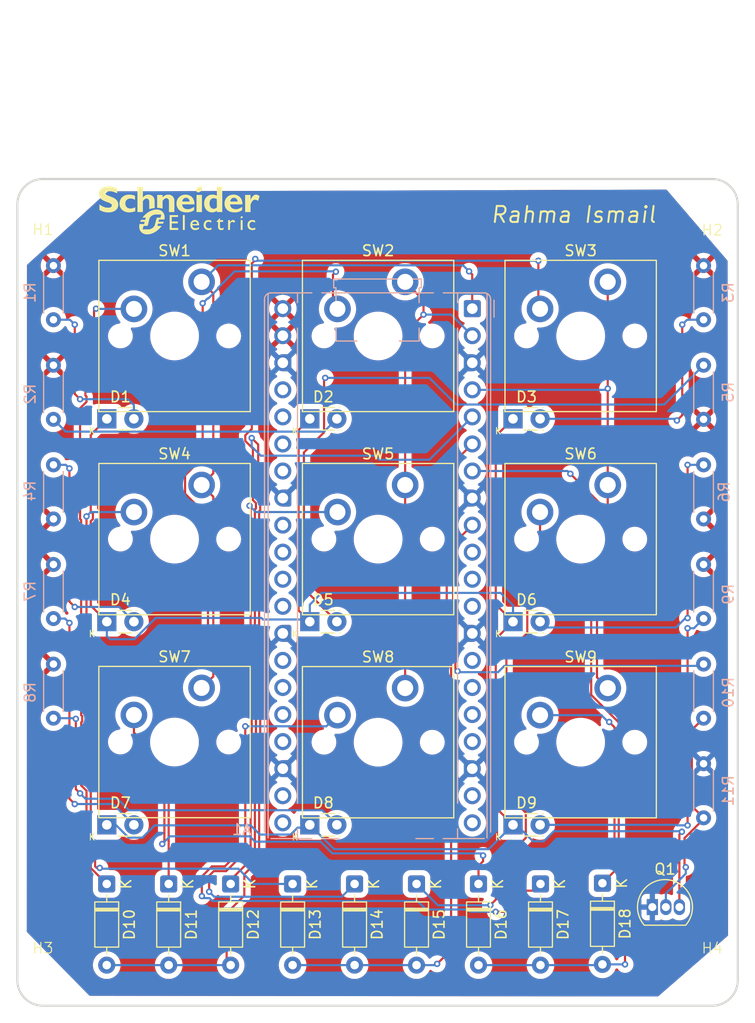
<source format=kicad_pcb>
(kicad_pcb (version 20241229) (generator "pcbnew") (generator_version "9.0")
  (title_block (title "Schneider Electric x WEST Macropad Workshop") (date "2025-06-04") (rev "${_REVISION_}") (company "Schneider Electric") (comment 1 "Designer: Rahma Ismail"))
  (layers (0 "F.Cu" signal) (2 "B.Cu" signal) (13 "F.Paste" user) (15 "B.Paste" user) (5 "F.SilkS" user "F.Silkscreen") (7 "B.SilkS" user "B.Silkscreen") (1 "F.Mask" user) (3 "B.Mask" user) (25 "Edge.Cuts" user))
  (property "_COMPANY_" "Schneider Electric x Women in Engineering, Science, & Technology")
  (property "_PROJECT_" "Macropad Workshop - 2025")
  (property "_REVISION_" "0.0")
  (net 0 "")
  (net 1 "Net-(D1-K)")
  (net 2 "Net-(D10-K)")
  (net 3 "Net-(D3-A)")
  (net 4 "Net-(D13-K)")
  (net 5 "Net-(D14-K)")
  (net 6 "Net-(D17-K)")
  (net 7 "Net-(D12-K)")
  (net 8 "Net-(D16-K)")
  (net 9 "Net-(D11-K)")
  (net 10 "Net-(D15-K)")
  (net 11 "Net-(D6-A)")
  (net 12 "Net-(D9-A)")
  (net 13 "Net-(D7-A)")
  (net 14 "Net-(D5-A)")
  (net 15 "Net-(D18-K)")
  (net 16 "Net-(D4-A)")
  (net 17 "Net-(D8-A)")
  (net 18 "Net-(D1-A)")
  (net 19 "Net-(D2-A)")
  (net 20 "GND")
  (net 21 "+5V")
  (net 43 "+3V3")
  (net 45 "/collumn_2")
  (net 46 "/row_2")
  (net 47 "/collumn_1")
  (net 48 "/row_3")
  (net 49 "/led_ctrl")
  (net 50 "/row_1")
  (net 51 "/collumn_3")
  (net 52 "/fet_gate")
  (footprint "0_west_footprints:MountingHole_M2" (layer "F.Cu") (at 177.8001 135.0001)
    (property "Reference" "H4")
    (property "Value" "MountingHole" (hide yes))
  )
  (footprint "0_west_footprints:Kingbright_WP914x" (layer "F.Cu") (at 159.110879 82.312309)
    (property "Reference" "D3")
    (property "Value" "LED")
  )
  (footprint "0_west_footprints:Kingbright_WP914x" (layer "F.Cu") (at 120.997386 101.352819)
    (property "Reference" "D4")
    (property "Value" "LED")
  )
  (footprint "0_west_footprints:SW_Cherry_MX_PCB_1.00u" (layer "F.Cu") (at 127.351973 93.603779)
    (property "Reference" "SW4")
    (property "Value" "switch_1.00u")
  )
  (footprint "0_west_footprints:Kingbright_WP914x" (layer "F.Cu") (at 120.997386 120.422416)
    (property "Reference" "D7")
    (property "Value" "LED")
  )
  (footprint "0_west_footprints:MountingHole_M2" (layer "F.Cu") (at 115 135)
    (property "Reference" "H3")
    (property "Value" "MountingHole" (hide yes))
  )
  (footprint "0_west_footprints:Kingbright_WP914x" (layer "F.Cu") (at 159.110879 101.352819)
    (property "Reference" "D6")
    (property "Value" "LED")
  )
  (footprint "0_west_footprints:SELogo" (layer "F.Cu") (at 127.79 62.75)
    (property "Reference" "G***" (hide yes))
    (property "Value" "LOGO" (hide yes))
  )
  (footprint "0_west_footprints:Kingbright_WP914x" (layer "F.Cu") (at 140.043432 82.312309)
    (property "Reference" "D2")
    (property "Value" "LED")
  )
  (footprint "0_west_footprints:MountingHole_M2" (layer "F.Cu") (at 115.0001 62.2001)
    (property "Reference" "H1")
    (property "Value" "MountingHole" (hide yes))
  )
  (footprint "0_west_footprints:SW_Cherry_MX_PCB_1.00u" (layer "F.Cu") (at 165.45751 112.666916)
    (property "Reference" "SW9")
    (property "Value" "switch_1.00u")
  )
  (footprint "Diode_THT:D_DO-35_SOD27_P7.62mm_Horizontal" (layer "F.Cu") (at 155.872575 125.97 -90)
    (property "Reference" "D16")
    (property "Value" "1N4148")
  )
  (footprint "0_west_footprints:Kingbright_WP914x" (layer "F.Cu") (at 120.997386 82.312309)
    (property "Reference" "D1")
    (property "Value" "LED")
  )
  (footprint "Package_TO_SOT_THT:TO-92L_Inline" (layer "F.Cu") (at 172.181335 128.142011)
    (property "Reference" "Q1")
    (property "Value" "TN0604")
  )
  (footprint "0_west_footprints:SW_Cherry_MX_PCB_1.00u" (layer "F.Cu") (at 146.451218 74.534686)
    (property "Reference" "SW2")
    (property "Value" "switch_1.00u")
  )
  (footprint "Diode_THT:D_DO-35_SOD27_P7.62mm_Horizontal" (layer "F.Cu") (at 167.5001 125.9001 -90)
    (property "Reference" "D18")
    (property "Value" "1N4148")
  )
  (footprint "Diode_THT:D_DO-35_SOD27_P7.62mm_Horizontal" (layer "F.Cu") (at 144.24505 125.97 -90)
    (property "Reference" "D14")
    (property "Value" "1N4148")
  )
  (footprint "0_west_footprints:SW_Cherry_MX_PCB_1.00u" (layer "F.Cu") (at 165.45751 74.534686)
    (property "Reference" "SW3")
    (property "Value" "switch_1.00u")
  )
  (footprint "Diode_THT:D_DO-35_SOD27_P7.62mm_Horizontal" (layer "F.Cu") (at 150.058813 125.97 -90)
    (property "Reference" "D15")
    (property "Value" "1N4148")
  )
  (footprint "0_west_footprints:SW_Cherry_MX_PCB_1.00u" (layer "F.Cu") (at 127.35 112.65)
    (property "Reference" "SW7")
    (property "Value" "switch_1.00u")
  )
  (footprint "0_west_footprints:MountingHole_M2" (layer "F.Cu") (at 177.8 62.2)
    (property "Reference" "H2")
    (property "Value" "MountingHole" (hide yes))
  )
  (footprint "0_west_footprints:Kingbright_WP914x" (layer "F.Cu") (at 140.043432 120.422416)
    (property "Reference" "D8")
    (property "Value" "LED")
  )
  (footprint "Diode_THT:D_DO-35_SOD27_P7.62mm_Horizontal" (layer "F.Cu") (at 138.431288 125.97 -90)
    (property "Reference" "D13")
    (property "Value" "1N4148")
  )
  (footprint "Diode_THT:D_DO-35_SOD27_P7.62mm_Horizontal" (layer "F.Cu") (at 132.617525 125.97 -90)
    (property "Reference" "D12")
    (property "Value" "1N4148")
  )
  (footprint "0_west_footprints:Kingbright_WP914x" (layer "F.Cu") (at 159.110879 120.422416)
    (property "Reference" "D9")
    (property "Value" "LED")
  )
  (footprint "0_west_footprints:SW_Cherry_MX_PCB_1.00u" (layer "F.Cu") (at 127.351973 74.534686)
    (property "Reference" "SW1")
    (property "Value" "switch_1.00u")
  )
  (footprint "0_west_footprints:Kingbright_WP914x" (layer "F.Cu") (at 140.043432 101.352819)
    (property "Reference" "D5")
    (property "Value" "LED")
  )
  (footprint "0_west_footprints:SW_Cherry_MX_PCB_1.00u" (layer "F.Cu") (at 165.45751 93.603779)
    (property "Reference" "SW6")
    (property "Value" "switch_1.00u")
  )
  (footprint "Diode_THT:D_DO-35_SOD27_P7.62mm_Horizontal" (layer "F.Cu") (at 120.99 125.97 -90)
    (property "Reference" "D10")
    (property "Value" "1N4148")
  )
  (footprint "0_west_footprints:SW_Cherry_MX_PCB_1.00u" (layer "F.Cu") (at 146.451218 93.603779)
    (property "Reference" "SW5")
    (property "Value" "switch_1.00u")
  )
  (footprint "Diode_THT:D_DO-35_SOD27_P7.62mm_Horizontal" (layer "F.Cu") (at 161.686338 125.97 -90)
    (property "Reference" "D17")
    (property "Value" "1N4148")
  )
  (footprint "0_west_footprints:SW_Cherry_MX_PCB_1.00u" (layer "F.Cu") (at 146.451218 112.666916)
    (property "Reference" "SW8")
    (property "Value" "switch_1.00u")
  )
  (footprint "Diode_THT:D_DO-35_SOD27_P7.62mm_Horizontal" (layer "F.Cu") (at 126.803763 125.97 -90)
    (property "Reference" "D11")
    (property "Value" "1N4148")
  )
  (footprint "Resistor_THT:R_Axial_DIN0204_L3.6mm_D1.6mm_P5.08mm_Horizontal" (layer "B.Cu") (at 176.99 82.360709 90)
    (property "Reference" "R5")
    (property "Value" "390R")
  )
  (footprint "Resistor_THT:R_Axial_DIN0204_L3.6mm_D1.6mm_P5.08mm_Horizontal" (layer "B.Cu") (at 115.99 67.93 -90)
    (property "Reference" "R1")
    (property "Value" "390R")
  )
  (footprint "Resistor_THT:R_Axial_DIN0204_L3.6mm_D1.6mm_P5.08mm_Horizontal" (layer "B.Cu") (at 176.99 91.711418 90)
    (property "Reference" "R6")
    (property "Value" "390R")
  )
  (footprint "Resistor_THT:R_Axial_DIN0204_L3.6mm_D1.6mm_P5.08mm_Horizontal" (layer "B.Cu") (at 115.99 77.280709 -90)
    (property "Reference" "R2")
    (property "Value" "390R")
  )
  (footprint "Resistor_THT:R_Axial_DIN0204_L3.6mm_D1.6mm_P5.08mm_Horizontal" (layer "B.Cu") (at 176.99 95.982126 -90)
    (property "Reference" "R9")
    (property "Value" "390R")
  )
  (footprint "Resistor_THT:R_Axial_DIN0204_L3.6mm_D1.6mm_P5.08mm_Horizontal" (layer "B.Cu") (at 176.99 105.332835 -90)
    (property "Reference" "R10")
    (property "Value" "390R")
  )
  (footprint "Resistor_THT:R_Axial_DIN0204_L3.6mm_D1.6mm_P5.08mm_Horizontal" (layer "B.Cu") (at 176.99 119.763544 90)
    (property "Reference" "R11")
    (property "Value" "10k")
  )
  (footprint "Resistor_THT:R_Axial_DIN0204_L3.6mm_D1.6mm_P5.08mm_Horizontal" (layer "B.Cu") (at 115.99 91.711418 90)
    (property "Reference" "R4")
    (property "Value" "390R")
  )
  (footprint "Resistor_THT:R_Axial_DIN0204_L3.6mm_D1.6mm_P5.08mm_Horizontal" (layer "B.Cu") (at 176.99 67.93 -90)
    (property "Reference" "R3")
    (property "Value" "390R")
  )
  (footprint "0_west_footprints:RaspberryPi_Pico" (layer "B.Cu") (at 155.29 71.97 180)
    (property "Reference" "A1")
    (property "Value" "RaspberryPi_Pico")
  )
  (footprint "Resistor_THT:R_Axial_DIN0204_L3.6mm_D1.6mm_P5.08mm_Horizontal" (layer "B.Cu") (at 115.99 95.982126 -90)
    (property "Reference" "R7")
    (property "Value" "390R")
  )
  (footprint "Resistor_THT:R_Axial_DIN0204_L3.6mm_D1.6mm_P5.08mm_Horizontal" (layer "B.Cu") (at 115.99 105.332835 -90)
    (property "Reference" "R8")
    (property "Value" "390R")
  )
  (gr_line (start 114.999987 137.4) (end 177.8 137.4) (stroke (width 0.2)) (layer "Edge.Cuts"))
  (gr_arc (start 177.799987 59.8) (mid 179.493188 60.499085) (end 180.2 62.189085) (stroke (width 0.2)) (layer "Edge.Cuts"))
  (gr_arc (start 180.2 135.000039) (mid 179.497072 136.697099) (end 177.8 137.4) (stroke (width 0.2)) (layer "Edge.Cuts"))
  (gr_arc (start 114.999987 137.4) (mid 113.302939 136.697052) (end 112.6 135) (stroke (width 0.2)) (layer "Edge.Cuts"))
  (gr_line (start 112.6 62.200079) (end 112.6 135) (stroke (width 0.2)) (layer "Edge.Cuts"))
  (gr_line (start 180.2 135.000039) (end 180.2 62.189085) (stroke (width 0.2)) (layer "Edge.Cuts"))
  (gr_line (start 177.799987 59.8) (end 115.000077 59.8) (stroke (width 0.2)) (layer "Edge.Cuts"))
  (gr_arc (start 112.6 62.200079) (mid 113.302972 60.502974) (end 115.000077 59.8) (stroke (width 0.2)) (layer "Edge.Cuts"))
  (gr_text "Rahma Ismail" (at 156.93 63.15 0) (layer "F.SilkS") (effects (font (size 1.5 1.5) (thickness 0.1875) (italic yes)) (justify left)))
  (segment (start 119.491 99.846433) (end 119.491 91.918943) (width 0.2) (layer "F.Cu") (net 1))
  (segment (start 157.49 118.801538) (end 159.110878 120.422416) (width 0.2) (layer "F.Cu") (net 1))
  (segment (start 119.691 91.718943) (end 119.691 91.221057) (width 0.2) (layer "F.Cu") (net 1))
  (segment (start 119.49 83.819695) (end 120.997386 82.312309) (width 0.2) (layer "F.Cu") (net 1))
  (segment (start 140.043432 101.352819) (end 138.99 100.299387) (width 0.2) (layer "F.Cu") (net 1))
  (segment (start 119.691 91.221057) (end 119.49 91.020057) (width 0.2) (layer "F.Cu") (net 1))
  (segment (start 138.99 100.299387) (end 138.99 83.365741) (width 0.2) (layer "F.Cu") (net 1))
  (segment (start 157.49 83.933188) (end 157.49 99.73194) (width 0.2) (layer "F.Cu") (net 1))
  (segment (start 174.721335 121.301356) (end 174.952691 121.07) (width 0.2) (layer "F.Cu") (net 1))
  (segment (start 120.997386 101.352819) (end 119.491 99.846433) (width 0.2) (layer "F.Cu") (net 1))
  (segment (start 119.491 91.918943) (end 119.691 91.718943) (width 0.2) (layer "F.Cu") (net 1))
  (segment (start 157.49 102.973698) (end 157.49 118.801538) (width 0.2) (layer "F.Cu") (net 1))
  (segment (start 159.110879 82.312309) (end 157.49 83.933188) (width 0.2) (layer "F.Cu") (net 1))
  (segment (start 174.721335 128.142011) (end 174.721335 121.301356) (width 0.2) (layer "F.Cu") (net 1))
  (segment (start 138.99 83.365741) (end 140.043432 82.312309) (width 0.2) (layer "F.Cu") (net 1))
  (segment (start 159.110879 101.352819) (end 157.49 102.973698) (width 0.2) (layer "F.Cu") (net 1))
  (segment (start 119.49 91.020057) (end 119.49 83.819695) (width 0.2) (layer "F.Cu") (net 1))
  (segment (start 159.110878 120.422416) (end 159.110879 120.422416) (width 0.2) (layer "F.Cu") (net 1))
  (segment (start 157.49 99.73194) (end 159.110879 101.352819) (width 0.2) (layer "F.Cu") (net 1))
  (via (at 174.952691 121.07) (size 0.6) (drill 0.3) (layers "F.Cu" "B.Cu") (net 1))
  (segment (start 124.336584 121.623416) (end 125.49 120.47) (width 0.2) (layer "B.Cu") (net 1))
  (segment (start 161.99 121.97) (end 160.99 121.97) (width 0.2) (layer "B.Cu") (net 1))
  (segment (start 142.324113 122.703097) (end 140.043432 120.422416) (width 0.2) (layer "B.Cu") (net 1))
  (segment (start 138.891853 120.688147) (end 139.777701 120.688147) (width 0.2) (layer "B.Cu") (net 1))
  (segment (start 123.588576 103.0001) (end 125.588576 101.0001) (width 0.2) (layer "B.Cu") (net 1))
  (segment (start 120.997386 120.422416) (end 121.838915 120.422416) (width 0.2) (layer "B.Cu") (net 1))
  (segment (start 174.952691 121.07) (end 174.905107 121.022416) (width 0.2) (layer "B.Cu") (net 1))
  (segment (start 156.830198 122.703097) (end 142.324113 122.703097) (width 0.2) (layer "B.Cu") (net 1))
  (segment (start 123.039915 121.623416) (end 124.336584 121.623416) (width 0.2) (layer "B.Cu") (net 1))
  (segment (start 159.442416 120.422416) (end 159.110879 120.422416) (width 0.2) (layer "B.Cu") (net 1))
  (segment (start 120.997386 102.697386) (end 121.3001 103.0001) (width 0.2) (layer "B.Cu") (net 1))
  (segment (start 141.1502 98.65) (end 140.043432 99.756768) (width 0.2) (layer "B.Cu") (net 1))
  (segment (start 120.997386 101.0001) (end 120.997386 102.697386) (width 0.2) (layer "B.Cu") (net 1))
  (segment (start 159.110879 120.422416) (end 156.830198 122.703097) (width 0.2) (layer "B.Cu") (net 1))
  (segment (start 160.99 121.97) (end 159.442416 120.422416) (width 0.2) (layer "B.Cu") (net 1))
  (segment (start 121.838915 120.422416) (end 123.039915 121.623416) (width 0.2) (layer "B.Cu") (net 1))
  (segment (start 157.95 98.65) (end 141.1502 98.65) (width 0.2) (layer "B.Cu") (net 1))
  (segment (start 135.49667 101.0001) (end 135.644187 101.147617) (width 0.2) (layer "B.Cu") (net 1))
  (segment (start 159.110879 99.810879) (end 157.95 98.65) (width 0.2) (layer "B.Cu") (net 1))
  (segment (start 140.043432 99.756768) (end 140.043432 101.352819) (width 0.2) (layer "B.Cu") (net 1))
  (segment (start 138.246903 121.333097) (end 138.891853 120.688147) (width 0.2) (layer "B.Cu") (net 1))
  (segment (start 159.110879 101.352819) (end 159.110879 99.810879) (width 0.2) (layer "B.Cu") (net 1))
  (segment (start 162.937584 121.022416) (end 161.99 121.97) (width 0.2) (layer "B.Cu") (net 1))
  (segment (start 125.49 120.47) (end 134.49 120.47) (width 0.2) (layer "B.Cu") (net 1))
  (segment (start 135.353097 121.333097) (end 138.246903 121.333097) (width 0.2) (layer "B.Cu") (net 1))
  (segment (start 134.49 120.47) (end 135.353097 121.333097) (width 0.2) (layer "B.Cu") (net 1))
  (segment (start 139.777701 120.688147) (end 140.043432 120.422416) (width 0.2) (layer "B.Cu") (net 1))
  (segment (start 121.3001 103.0001) (end 123.588576 103.0001) (width 0.2) (layer "B.Cu") (net 1))
  (segment (start 135.644187 101.147617) (end 139.83823 101.147617) (width 0.2) (layer "B.Cu") (net 1))
  (segment (start 125.588576 101.0001) (end 135.49667 101.0001) (width 0.2) (layer "B.Cu") (net 1))
  (segment (start 174.905107 121.022416) (end 162.937584 121.022416) (width 0.2) (layer "B.Cu") (net 1))
  (segment (start 119.091 117.718943) (end 119.091 117.221057) (width 0.2) (layer "F.Cu") (net 2))
  (segment (start 118.489 91.718943) (end 118.489 81.320943) (width 0.2) (layer "F.Cu") (net 2))
  (segment (start 119.089 123.1361) (end 119.089 117.720943) (width 0.2) (layer "F.Cu") (net 2))
  (segment (start 118.489 81.320943) (end 119.091 80.718943) (width 0.2) (layer "F.Cu") (net 2))
  (segment (start 118.99 80.120057) (end 118.99 73.776386) (width 0.2) (layer "F.Cu") (net 2))
  (segment (start 119.796386 72.97) (end 119.796386 72.163614) (width 0.2) (layer "F.Cu") (net 2))
  (segment (start 118.591 110.121057) (end 118.591 91.820943) (width 0.2) (layer "F.Cu") (net 2))
  (segment (start 120.99 125.97) (end 119.5 124.48) (width 0.2) (layer "F.Cu") (net 2))
  (segment (start 119.089 117.720943) (end 119.091 117.718943) (width 0.2) (layer "F.Cu") (net 2))
  (segment (start 119.796386 72.163614) (end 119.99 71.97) (width 0.2) (layer "F.Cu") (net 2))
  (segment (start 119.5 124.48) (end 119.5 123.5471) (width 0.2) (layer "F.Cu") (net 2))
  (segment (start 118.591 91.820943) (end 118.489 91.718943) (width 0.2) (layer "F.Cu") (net 2))
  (segment (start 119.091 80.718943) (end 119.091 80.221057) (width 0.2) (layer "F.Cu") (net 2))
  (segment (start 118.599 116.729057) (end 118.599 110.810943) (width 0.2) (layer "F.Cu") (net 2))
  (segment (start 118.599 110.810943) (end 118.691 110.718943) (width 0.2) (layer "F.Cu") (net 2))
  (segment (start 118.99 73.776386) (end 119.796386 72.97) (width 0.2) (layer "F.Cu") (net 2))
  (segment (start 119.091 117.221057) (end 118.599 116.729057) (width 0.2) (layer "F.Cu") (net 2))
  (segment (start 119.5 123.5471) (end 119.089 123.1361) (width 0.2) (layer "F.Cu") (net 2))
  (segment (start 118.691 110.718943) (end 118.691 110.221057) (width 0.2) (layer "F.Cu") (net 2))
  (segment (start 119.091 80.221057) (end 118.99 80.120057) (width 0.2) (layer "F.Cu") (net 2))
  (segment (start 118.691 110.221057) (end 118.591 110.121057) (width 0.2) (layer "F.Cu") (net 2))
  (via (at 119.99 71.97) (size 0.6) (drill 0.3) (layers "F.Cu" "B.Cu") (net 2))
  (segment (start 120.014686 71.994686) (end 123.541973 71.994686) (width 0.2) (layer "B.Cu") (net 2))
  (segment (start 119.99 71.97) (end 120.014686 71.994686) (width 0.2) (layer "B.Cu") (net 2))
  (segment (start 174.99 73.47) (end 174.99 81.97) (width 0.2) (layer "F.Cu") (net 3))
  (segment (start 174.99 81.97) (end 174.49 82.47) (width 0.2) (layer "F.Cu") (net 3))
  (via (at 174.49 82.47) (size 0.6) (drill 0.3) (layers "F.Cu" "B.Cu") (net 3))
  (via (at 174.99 73.47) (size 0.6) (drill 0.3) (layers "F.Cu" "B.Cu") (net 3))
  (segment (start 174.49 82.47) (end 174.332309 82.312309) (width 0.2) (layer "B.Cu") (net 3))
  (segment (start 176.99 73.01) (end 175.45 73.01) (width 0.2) (layer "B.Cu") (net 3))
  (segment (start 175.45 73.01) (end 174.99 73.47) (width 0.2) (layer "B.Cu") (net 3))
  (segment (start 174.332309 82.312309) (end 161.650879 82.312309) (width 0.2) (layer "B.Cu") (net 3))
  (segment (start 119.901 123.381) (end 119.901 123.7132) (width 0.2) (layer "F.Cu") (net 4))
  (segment (start 119.09 91.47) (end 119.09 103.771) (width 0.2) (layer "F.Cu") (net 4))
  (segment (start 119 110.977043) (end 119 116.562957) (width 0.2) (layer "F.Cu") (net 4))
  (segment (start 119.492 117.387157) (end 119.492 117.552843) (width 0.2) (layer "F.Cu") (net 4))
  (segment (start 119 116.562957) (end 119.2571 116.820057) (width 0.2) (layer "F.Cu") (net 4))
  (segment (start 119.6661 123.1461) (end 119.901 123.381) (width 0.2) (layer "F.Cu") (net 4))
  (segment (start 119.092 103.773) (end 119.092 110.054957) (width 0.2) (layer "F.Cu") (net 4))
  (segment (start 119.49 117.887043) (end 119.49 122.97) (width 0.2) (layer "F.Cu") (net 4))
  (segment (start 119.492 117.054957) (end 119.492 117.387157) (width 0.2) (layer "F.Cu") (net 4))
  (segment (start 119.09 103.771) (end 119.092 103.773) (width 0.2) (layer "F.Cu") (net 4))
  (segment (start 119.092 110.054957) (end 119.092 110.387157) (width 0.2) (layer "F.Cu") (net 4))
  (segment (start 119.2571 116.820057) (end 119.492 117.054957) (width 0.2) (layer "F.Cu") (net 4))
  (segment (start 119.092 110.387157) (end 119.092 110.552843) (width 0.2) (layer "F.Cu") (net 4))
  (segment (start 119.092 110.885043) (end 119 110.977043) (width 0.2) (layer "F.Cu") (net 4))
  (segment (start 119.901 124.3139) (end 120.052935 124.465835) (width 0.2) (layer "F.Cu") (net 4))
  (segment (start 119.092 110.552843) (end 119.092 110.885043) (width 0.2) (layer "F.Cu") (net 4))
  (segment (start 120.052935 124.465835) (end 120.334365 124.465835) (width 0.2) (layer "F.Cu") (net 4))
  (segment (start 119.49 122.97) (end 119.6661 123.1461) (width 0.2) (layer "F.Cu") (net 4))
  (segment (start 119.492 117.552843) (end 119.492 117.885043) (width 0.2) (layer "F.Cu") (net 4))
  (segment (start 119.901 123.7132) (end 119.901 124.3139) (width 0.2) (layer "F.Cu") (net 4))
  (segment (start 119.492 117.885043) (end 119.49 117.887043) (width 0.2) (layer "F.Cu") (net 4))
  (via (at 119.09 91.47) (size 0.6) (drill 0.3) (layers "F.Cu" "B.Cu") (net 4))
  (via (at 120.334365 124.465835) (size 0.6) (drill 0.3) (layers "F.Cu" "B.Cu") (net 4))
  (segment (start 134.77 125.97) (end 138.431288 125.97) (width 0.2) (layer "B.Cu") (net 4))
  (segment (start 133.340027 124.540027) (end 134.77 125.97) (width 0.2) (layer "B.Cu") (net 4))
  (segment (start 120.334365 124.465835) (end 120.408557 124.540027) (width 0.2) (layer "B.Cu") (net 4))
  (segment (start 119.496221 91.063779) (end 123.541973 91.063779) (width 0.2) (layer "B.Cu") (net 4))
  (segment (start 120.408557 124.540027) (end 133.340027 124.540027) (width 0.2) (layer "B.Cu") (net 4))
  (segment (start 119.09 91.47) (end 119.496221 91.063779) (width 0.2) (layer "B.Cu") (net 4))
  (segment (start 131.0312 124.769) (end 132.191 124.769) (width 0.2) (layer "F.Cu") (net 5))
  (segment (start 134.589 111.42304) (end 134.59 111.42204) (width 0.2) (layer "F.Cu") (net 5))
  (segment (start 130.6001 125.2001) (end 131.0312 124.769) (width 0.2) (layer "F.Cu") (net 5))
  (segment (start 134.589 110.923154) (end 134.589 103.996443) (width 0.2) (layer "F.Cu") (net 5))
  (segment (start 134.589 111.871) (end 134.589 111.42304) (width 0.2) (layer "F.Cu") (net 5))
  (segment (start 132.191 124.769) (end 134.49 122.47) (width 0.2) (layer "F.Cu") (net 5))
  (segment (start 134.49 111.97) (end 134.589 111.871) (width 0.2) (layer "F.Cu") (net 5))
  (segment (start 130.6001 126.7001) (end 130.6001 125.2001) (width 0.2) (layer "F.Cu") (net 5))
  (segment (start 134.49 122.47) (end 134.49 111.97) (width 0.2) (layer "F.Cu") (net 5))
  (segment (start 134.589 103.996443) (end 134.49 103.897443) (width 0.2) (layer "F.Cu") (net 5))
  (segment (start 134.59 110.924154) (end 134.589 110.923154) (width 0.2) (layer "F.Cu") (net 5))
  (segment (start 134.49 103.897443) (end 134.49 90.57) (width 0.2) (layer "F.Cu") (net 5))
  (segment (start 134.59 111.42204) (end 134.59 110.924154) (width 0.2) (layer "F.Cu") (net 5))
  (segment (start 134.49 90.57) (end 134.39 90.47) (width 0.2) (layer "F.Cu") (net 5))
  (via (at 134.39 90.47) (size 0.6) (drill 0.3) (layers "F.Cu" "B.Cu") (net 5))
  (via (at 130.6001 126.7001) (size 0.6) (drill 0.3) (layers "F.Cu" "B.Cu") (net 5))
  (segment (start 134.983779 91.063779) (end 142.641218 91.063779) (width 0.2) (layer "B.Cu") (net 5))
  (segment (start 130.6001 126.7001) (end 131.071 127.171) (width 0.2) (layer "B.Cu") (net 5))
  (segment (start 131.071 127.171) (end 143.04405 127.171) (width 0.2) (layer "B.Cu") (net 5))
  (segment (start 134.39 90.47) (end 134.983779 91.063779) (width 0.2) (layer "B.Cu") (net 5))
  (segment (start 143.04405 127.171) (end 144.24505 125.97) (width 0.2) (layer "B.Cu") (net 5))
  (segment (start 160.365 126.595) (end 160.365 126.6001) (width 0.2) (layer "F.Cu") (net 6))
  (segment (start 161.056238 126.6001) (end 161.686338 125.97) (width 0.2) (layer "F.Cu") (net 6))
  (segment (start 133.989 116.374063) (end 133.989 111.173097) (width 0.2) (layer "F.Cu") (net 6))
  (segment (start 132.0709 124.322) (end 133.99 122.4029) (width 0.2) (layer "F.Cu") (net 6))
  (segment (start 129.914104 125.26863) (end 130.860734 124.322) (width 0.2) (layer "F.Cu") (net 6))
  (segment (start 158.375421 128.584579) (end 160.365 126.595) (width 0.2) (layer "F.Cu") (net 6))
  (segment (start 157.477851 128.584579) (end 158.375421 128.584579) (width 0.2) (layer "F.Cu") (net 6))
  (segment (start 133.99 116.375063) (end 133.989 116.374063) (width 0.2) (layer "F.Cu") (net 6))
  (segment (start 130.860734 124.322) (end 132.0709 124.322) (width 0.2) (layer "F.Cu") (net 6))
  (segment (start 133.99 122.4029) (end 133.99 116.375063) (width 0.2) (layer "F.Cu") (net 6))
  (segment (start 160.365 126.6001) (end 161.056238 126.6001) (width 0.2) (layer "F.Cu") (net 6))
  (segment (start 129.914104 127.111698) (end 129.914104 125.26863) (width 0.2) (layer "F.Cu") (net 6))
  (via (at 133.989 111.173097) (size 0.6) (drill 0.3) (layers "F.Cu" "B.Cu") (net 6))
  (via (at 157.477851 128.584579) (size 0.6) (drill 0.3) (layers "F.Cu" "B.Cu") (net 6))
  (via (at 129.914104 127.111698) (size 0.6) (drill 0.3) (layers "F.Cu" "B.Cu") (net 6))
  (segment (start 130.102506 127.3001) (end 130.350157 127.3001) (width 0.2) (layer "B.Cu") (net 6))
  (segment (start 150.1499 127.572) (end 150.9489 128.371) (width 0.2) (layer "B.Cu") (net 6))
  (segment (start 130.634 127.3011) (end 130.9049 127.572) (width 0.2) (layer "B.Cu") (net 6))
  (segment (start 150.9489 128.371) (end 154.891 128.371) (width 0.2) (layer "B.Cu") (net 6))
  (segment (start 130.351157 127.3011) (end 130.634 127.3011) (width 0.2) (layer "B.Cu") (net 6))
  (segment (start 130.350157 127.3001) (end 130.351157 127.3011) (width 0.2) (layer "B.Cu") (net 6))
  (segment (start 129.914104 127.111698) (end 130.102506 127.3001) (width 0.2) (layer "B.Cu") (net 6))
  (segment (start 141.595037 111.173097) (end 142.641218 110.126916) (width 0.2) (layer "B.Cu") (net 6))
  (segment (start 155.104579 128.584579) (end 157.477851 128.584579) (width 0.2) (layer "B.Cu") (net 6))
  (segment (start 154.891 128.371) (end 155.104579 128.584579) (width 0.2) (layer "B.Cu") (net 6))
  (segment (start 130.9049 127.572) (end 150.1499 127.572) (width 0.2) (layer "B.Cu") (net 6))
  (segment (start 133.989 111.173097) (end 141.595037 111.173097) (width 0.2) (layer "B.Cu") (net 6))
  (segment (start 134.991 110.758054) (end 134.991 111.58814) (width 0.2) (layer "F.Cu") (net 7))
  (segment (start 134.891 122.6361) (end 134.7001 122.827) (width 0.2) (layer "F.Cu") (net 7))
  (segment (start 133.989 84.389) (end 134.7001 85.1001) (width 0.2) (layer "F.Cu") (net 7))
  (segment (start 134.891 90.818943) (end 134.891 103.731343) (width 0.2) (layer "F.Cu") (net 7))
  (segment (start 134.7001 122.827) (end 134.7001 123.5099) (width 0.2) (layer "F.Cu") (net 7))
  (segment (start 134.6001 83.273466) (end 134.59 83.263366) (width 0.2) (layer "F.Cu") (net 7))
  (segment (start 134.991 111.58814) (end 134.99 111.58914) (width 0.2) (layer "F.Cu") (net 7))
  (segment (start 134.59 83.263366) (end 133.989 83.864366) (width 0.2) (layer "F.Cu") (net 7))
  (segment (start 134.991 90.718943) (end 134.891 90.818943) (width 0.2) (layer "F.Cu") (net 7))
  (segment (start 161.49 71.837176) (end 161.64751 71.994686) (width 0.2) (layer "F.Cu") (net 7))
  (segment (start 134.99 110.757054) (end 134.991 110.758054) (width 0.2) (layer "F.Cu") (net 7))
  (segment (start 133.989 83.864366) (end 133.989 84.389) (width 0.2) (layer "F.Cu") (net 7))
  (segment (start 161.49 67.47) (end 161.49 71.837176) (width 0.2) (layer "F.Cu") (net 7))
  (segment (start 134.99 103.830343) (end 134.99 110.757054) (width 0.2) (layer "F.Cu") (net 7))
  (segment (start 134.926932 67.303686) (end 134.926932 67.406932) (width 0.2) (layer "F.Cu") (net 7))
  (segment (start 134.7001 85.1001) (end 134.7001 89.930157) (width 0.2) (layer "F.Cu") (net 7))
  (segment (start 134.99 111.58914) (end 134.99 112.0371) (width 0.2) (layer "F.Cu") (net 7))
  (segment (start 134.926932 67.406932) (end 134.6001 67.733764) (width 0.2) (layer "F.Cu") (net 7))
  (segment (start 134.891 112.1361) (end 134.891 122.6361) (width 0.2) (layer "F.Cu") (net 7))
  (segment (start 134.99 112.0371) (end 134.891 112.1361) (width 0.2) (layer "F.Cu") (net 7))
  (segment (start 134.891 103.731343) (end 134.99 103.830343) (width 0.2) (layer "F.Cu") (net 7))
  (segment (start 134.7001 89.930157) (end 134.991 90.221057) (width 0.2) (layer "F.Cu") (net 7))
  (segment (start 134.6001 67.733764) (end 134.6001 83.273466) (width 0.2) (layer "F.Cu") (net 7))
  (segment (start 134.7001 123.5099) (end 132.617525 125.592475) (width 0.2) (layer "F.Cu") (net 7))
  (segment (start 132.617525 125.592475) (end 132.617525 125.97) (width 0.2) (layer "F.Cu") (net 7))
  (segment (start 134.991 90.221057) (end 134.991 90.718943) (width 0.2) (layer "F.Cu") (net 7))
  (via (at 161.49 67.47) (size 0.6) (drill 0.3) (layers "F.Cu" "B.Cu") (net 7))
  (via (at 134.926932 67.303686) (size 0.6) (drill 0.3) (layers "F.Cu" "B.Cu") (net 7))
  (segment (start 134.926932 67.303686) (end 135.093246 67.47) (width 0.2) (layer "B.Cu") (net 7))
  (segment (start 135.093246 67.47) (end 161.49 67.47) (width 0.2) (layer "B.Cu") (net 7))
  (segment (start 124.43 112.65) (end 123.541973 111.761973) (width 0.2) (layer "F.Cu") (net 8))
  (segment (start 156.3001 123.84505) (end 155.872575 124.272575) (width 0.2) (layer "F.Cu") (net 8))
  (segment (start 156.3001 123.303097) (end 156.3001 123.84505) (width 0.2) (layer "F.Cu") (net 8))
  (segment (start 124.43 114.143429) (end 124.43 112.65) (width 0.2) (layer "F.Cu") (net 8))
  (segment (start 123.541973 111.761973) (end 123.541973 110.126916) (width 0.2) (layer "F.Cu") (net 8))
  (segment (start 126.3991 116.112529) (end 124.43 114.143429) (width 0.2) (layer "F.Cu") (net 8))
  (segment (start 126.1981 122.219951) (end 126.3991 122.018951) (width 0.2) (layer "F.Cu") (net 8))
  (segment (start 155.872575 124.272575) (end 155.872575 125.97) (width 0.2) (layer "F.Cu") (net 8))
  (segment (start 126.2001 122.219951) (end 126.1981 122.219951) (width 0.2) (layer "F.Cu") (net 8))
  (segment (start 126.3991 122.018951) (end 126.3991 116.112529) (width 0.2) (layer "F.Cu") (net 8))
  (via (at 156.3001 123.303097) (size 0.6) (drill 0.3) (layers "F.Cu" "B.Cu") (net 8))
  (via (at 126.2001 122.219951) (size 0.6) (drill 0.3) (layers "F.Cu" "B.Cu") (net 8))
  (segment (start 141.054016 122.0001) (end 134.901902 122.0001) (width 0.2) (layer "B.Cu") (net 8))
  (segment (start 156.1011 123.104097) (end 154.704097 123.104097) (width 0.2) (layer "B.Cu") (net 8))
  (segment (start 134.401902 121.5001) (end 126.919951 121.5001) (width 0.2) (layer "B.Cu") (net 8))
  (segment (start 126.919951 121.5001) (end 126.2001 122.219951) (width 0.2) (layer "B.Cu") (net 8))
  (segment (start 134.901902 122.0001) (end 134.401902 121.5001) (width 0.2) (layer "B.Cu") (net 8))
  (segment (start 142.490213 123.104097) (end 142.158013 123.104097) (width 0.2) (layer "B.Cu") (net 8))
  (segment (start 154.704097 123.104097) (end 142.490213 123.104097) (width 0.2) (layer "B.Cu") (net 8))
  (segment (start 142.158013 123.104097) (end 141.923113 122.869197) (width 0.2) (layer "B.Cu") (net 8))
  (segment (start 141.923113 122.869197) (end 141.054016 122.0001) (width 0.2) (layer "B.Cu") (net 8))
  (segment (start 156.3001 123.303097) (end 156.1011 123.104097) (width 0.2) (layer "B.Cu") (net 8))
  (segment (start 126.8011 124.4991) (end 126.8011 121.971008) (width 0.2) (layer "F.Cu") (net 9))
  (segment (start 142.49 68.503686) (end 142.217829 68.775857) (width 0.2) (layer "F.Cu") (net 9))
  (segment (start 124.83 113.8799) (end 124.83 111.45) (width 0.2) (layer "F.Cu") (net 9))
  (segment (start 128.340973 87.619027) (end 129.99 85.97) (width 0.2) (layer "F.Cu") (net 9))
  (segment (start 125.4001 109.177343) (end 130.49 104.087443) (width 0.2) (layer "F.Cu") (net 9))
  (segment (start 126.8001 115.85) (end 124.83 113.8799) (width 0.2) (layer "F.Cu") (net 9))
  (segment (start 129.99 85.97) (end 129.99 71.47) (width 0.2) (layer "F.Cu") (net 9))
  (segment (start 130.49 104.087443) (end 130.49 91.49) (width 0.2) (layer "F.Cu") (net 9))
  (segment (start 124.83 111.45) (end 125.4001 110.8799) (width 0.2) (layer "F.Cu") (net 9))
  (segment (start 126.8001 124.5001) (end 126.8011 124.4991) (width 0.2) (layer "F.Cu") (net 9))
  (segment (start 142.217829 68.775857) (end 142.217829 71.994686) (width 0.2) (layer "F.Cu") (net 9))
  (segment (start 126.615 125.97) (end 126.8001 125.7849) (width 0.2) (layer "F.Cu") (net 9))
  (segment (start 126.8001 121.970008) (end 126.8001 115.85) (width 0.2) (layer "F.Cu") (net 9))
  (segment (start 126.8001 125.7849) (end 126.8001 124.5001) (width 0.2) (layer "F.Cu") (net 9))
  (segment (start 130.49 91.49) (end 128.340973 89.340973) (width 0.2) (layer "F.Cu") (net 9))
  (segment (start 128.340973 89.340973) (end 128.340973 87.619027) (width 0.2) (layer "F.Cu") (net 9))
  (segment (start 126.8011 121.971008) (end 126.8001 121.970008) (width 0.2) (layer "F.Cu") (net 9))
  (segment (start 125.4001 110.8799) (end 125.4001 109.177343) (width 0.2) (layer "F.Cu") (net 9))
  (via (at 129.99 71.47) (size 0.6) (drill 0.3) (layers "F.Cu" "B.Cu") (net 9))
  (via (at 142.49 68.503686) (size 0.6) (drill 0.3) (layers "F.Cu" "B.Cu") (net 9))
  (segment (start 131.442973 70.097132) (end 131.442973 70.017027) (width 0.2) (layer "B.Cu") (net 9))
  (segment (start 132.99 68.47) (end 141.49 68.47) (width 0.2) (layer "B.Cu") (net 9))
  (segment (start 130.534419 71.005686) (end 131.442973 70.097132) (width 0.2) (layer "B.Cu") (net 9))
  (segment (start 142.456314 68.47) (end 142.49 68.503686) (width 0.2) (layer "B.Cu") (net 9))
  (segment (start 129.99 71.47) (end 130.454314 71.005686) (width 0.2) (layer "B.Cu") (net 9))
  (segment (start 131.442973 70.017027) (end 132.99 68.47) (width 0.2) (layer "B.Cu") (net 9))
  (segment (start 130.454314 71.005686) (end 130.534419 71.005686) (width 0.2) (layer "B.Cu") (net 9))
  (segment (start 141.49 68.47) (end 142.456314 68.47) (width 0.2) (layer "B.Cu") (net 9))
  (segment (start 160.311879 119.221416) (end 160.241416 119.221416) (width 0.2) (layer "F.Cu") (net 10))
  (segment (start 161.64751 94.33249) (end 161.64751 91.063779) (width 0.2) (layer "F.Cu") (net 10))
  (segment (start 158.49 117.47) (end 158.49 104.375698) (width 0.2) (layer "F.Cu") (net 10))
  (segment (start 157.5001 124.459901) (end 160.311879 121.648122) (width 0.2) (layer "F.Cu") (net 10))
  (segment (start 156.989829 127.950674) (end 157.5001 127.440403) (width 0.2) (layer "F.Cu") (net 10))
  (segment (start 160.449879 102.415819) (end 160.449879 95.530121) (width 0.2) (layer "F.Cu") (net 10))
  (segment (start 157.5001 127.440403) (end 157.5001 124.459901) (width 0.2) (layer "F.Cu") (net 10))
  (segment (start 160.241416 119.221416) (end 158.49 117.47) (width 0.2) (layer "F.Cu") (net 10))
  (segment (start 158.49 104.375698) (end 160.449879 102.415819) (width 0.2) (layer "F.Cu") (net 10))
  (segment (start 160.449879 95.530121) (end 161.64751 94.33249) (width 0.2) (layer "F.Cu") (net 10))
  (segment (start 160.311879 121.648122) (end 160.311879 119.221416) (width 0.2) (layer "F.Cu") (net 10))
  (via (at 156.989829 127.950674) (size 0.6) (drill 0.3) (layers "F.Cu" "B.Cu") (net 10))
  (segment (start 156.970503 127.97) (end 152.058813 127.97) (width 0.2) (layer "B.Cu") (net 10))
  (segment (start 156.989829 127.950674) (end 156.970503 127.97) (width 0.2) (layer "B.Cu") (net 10))
  (segment (start 152.058813 127.97) (end 150.058813 125.97) (width 0.2) (layer "B.Cu") (net 10))
  (segment (start 175.49 101.011806) (end 175.49 86.631418) (width 0.2) (layer "F.Cu") (net 11))
  (via (at 175.49 86.631418) (size 0.6) (drill 0.3) (layers "F.Cu" "B.Cu") (net 11))
  (via (at 175.49 101.011806) (size 0.6) (drill 0.3) (layers "F.Cu" "B.Cu") (net 11))
  (segment (start 162.19816 101.9001) (end 161.650879 101.352819) (width 0.2) (layer "B.Cu") (net 11))
  (segment (start 175.49 101.011806) (end 175.288394 101.011806) (width 0.2) (layer "B.Cu") (net 11))
  (segment (start 175.288394 101.011806) (end 174.4001 101.9001) (width 0.2) (layer "B.Cu") (net 11))
  (segment (start 175.49 86.631418) (end 176.99 86.631418) (width 0.2) (layer "B.Cu") (net 11))
  (segment (start 174.4001 101.9001) (end 162.19816 101.9001) (width 0.2) (layer "B.Cu") (net 11))
  (segment (start 175.49 120.47) (end 175.49 101.97) (width 0.2) (layer "F.Cu") (net 12))
  (via (at 175.49 101.97) (size 0.6) (drill 0.3) (layers "F.Cu" "B.Cu") (net 12))
  (via (at 175.49 120.47) (size 0.6) (drill 0.3) (layers "F.Cu" "B.Cu") (net 12))
  (segment (start 174.442416 120.422416) (end 161.650879 120.422416) (width 0.2) (layer "B.Cu") (net 12))
  (segment (start 175.49 101.97) (end 176.082126 101.97) (width 0.2) (layer "B.Cu") (net 12))
  (segment (start 176.082126 101.97) (end 176.99 101.062126) (width 0.2) (layer "B.Cu") (net 12))
  (segment (start 174.49 120.47) (end 174.442416 120.422416) (width 0.2) (layer "B.Cu") (net 12))
  (segment (start 175.49 120.47) (end 174.49 120.47) (width 0.2) (layer "B.Cu") (net 12))
  (segment (start 117.49 101.47) (end 117.49 117.97) (width 0.2) (layer "F.Cu") (net 13))
  (segment (start 117.49 117.97) (end 117.99 118.47) (width 0.2) (layer "F.Cu") (net 13))
  (via (at 117.49 101.47) (size 0.6) (drill 0.3) (layers "F.Cu" "B.Cu") (net 13))
  (via (at 117.99 118.47) (size 0.6) (drill 0.3) (layers "F.Cu" "B.Cu") (net 13))
  (segment (start 121.58497 118.47) (end 123.537386 120.422416) (width 0.2) (layer "B.Cu") (net 13))
  (segment (start 115.99 101.062126) (end 117.082126 101.062126) (width 0.2) (layer "B.Cu") (net 13))
  (segment (start 117.082126 101.062126) (end 117.49 101.47) (width 0.2) (layer "B.Cu") (net 13))
  (segment (start 117.99 118.47) (end 121.58497 118.47) (width 0.2) (layer "B.Cu") (net 13))
  (segment (start 139.49 85.47) (end 139.49 95.309959) (width 0.2) (layer "F.Cu") (net 14))
  (segment (start 139.49 95.309959) (end 139.391 95.408959) (width 0.2) (layer "F.Cu") (net 14))
  (segment (start 141.382432 78.577568) (end 141.382432 83.577568) (width 0.2) (layer "F.Cu") (net 14))
  (segment (start 141.382432 83.577568) (end 139.49 85.47) (width 0.2) (layer "F.Cu") (net 14))
  (segment (start 139.391 98.160387) (end 142.583432 101.352819) (width 0.2) (layer "F.Cu") (net 14))
  (segment (start 141.49 78.47) (end 141.382432 78.577568) (width 0.2) (layer "F.Cu") (net 14))
  (segment (start 139.391 95.408959) (end 139.391 98.160387) (width 0.2) (layer "F.Cu") (net 14))
  (via (at 141.49 78.47) (size 0.6) (drill 0.3) (layers "F.Cu" "B.Cu") (net 14))
  (segment (start 173.300709 80.97) (end 176.99 77.280709) (width 0.2) (layer "B.Cu") (net 14))
  (segment (start 148.742978 78.47) (end 148.745409 78.472431) (width 0.2) (layer "B.Cu") (net 14))
  (segment (start 153.77 80.97) (end 173.300709 80.97) (width 0.2) (layer "B.Cu") (net 14))
  (segment (start 148.745409 78.472431) (end 151.272431 78.472431) (width 0.2) (layer "B.Cu") (net 14))
  (segment (start 151.272431 78.472431) (end 153.77 80.97) (width 0.2) (layer "B.Cu") (net 14))
  (segment (start 141.49 78.47) (end 148.742978 78.47) (width 0.2) (layer "B.Cu") (net 14))
  (segment (start 168.63 111.261382) (end 168.134409 110.765791) (width 0.2) (layer "F.Cu") (net 15))
  (segment (start 168.63 124.7702) (end 168.63 111.261382) (width 0.2) (layer "F.Cu") (net 15))
  (segment (start 160.99 110.784426) (end 161.64751 110.126916) (width 0.2) (layer "F.Cu") (net 15))
  (segment (start 167.5001 125.9001) (end 168.63 124.7702) (width 0.2) (layer "F.Cu") (net 15))
  (via (at 168.134409 110.765791) (size 0.6) (drill 0.3) (layers "F.Cu" "B.Cu") (net 15))
  (segment (start 168.134409 110.765791) (end 168.0401 110.765791) (width 0.2) (layer "B.Cu") (net 15))
  (segment (start 167.401225 110.126916) (end 161.64751 110.126916) (width 0.2) (layer "B.Cu") (net 15))
  (segment (start 168.0401 110.765791) (end 167.401225 110.126916) (width 0.2) (layer "B.Cu") (net 15))
  (segment (start 117.49 99.47) (end 117.99 99.97) (width 0.2) (layer "F.Cu") (net 16))
  (segment (start 117.49 86.97) (end 117.49 99.47) (width 0.2) (layer "F.Cu") (net 16))
  (via (at 117.49 86.97) (size 0.6) (drill 0.3) (layers "F.Cu" "B.Cu") (net 16))
  (via (at 117.99 99.97) (size 0.6) (drill 0.3) (layers "F.Cu" "B.Cu") (net 16))
  (segment (start 122.154567 99.97) (end 123.537386 101.352819) (width 0.2) (layer "B.Cu") (net 16))
  (segment (start 117.99 99.97) (end 122.154567 99.97) (width 0.2) (layer "B.Cu") (net 16))
  (segment (start 117.151418 86.631418) (end 117.49 86.97) (width 0.2) (layer "B.Cu") (net 16))
  (segment (start 115.99 86.631418) (end 117.151418 86.631418) (width 0.2) (layer "B.Cu") (net 16))
  (segment (start 118.09 110.47) (end 118.09 117.07) (width 0.2) (layer "F.Cu") (net 17))
  (segment (start 118.09 117.07) (end 118.49 117.47) (width 0.2) (layer "F.Cu") (net 17))
  (via (at 118.09 110.47) (size 0.6) (drill 0.3) (layers "F.Cu" "B.Cu") (net 17))
  (via (at 118.49 117.47) (size 0.6) (drill 0.3) (layers "F.Cu" "B.Cu") (net 17))
  (segment (start 141.211016 119.05) (end 142.583432 120.422416) (width 0.2) (layer "B.Cu") (net 17))
  (segment (start 123.07 119.05) (end 141.211016 119.05) (width 0.2) (layer "B.Cu") (net 17))
  (segment (start 118.032835 110.412835) (end 118.09 110.47) (width 0.2) (layer "B.Cu") (net 17))
  (segment (start 121.99 117.97) (end 123.07 119.05) (width 0.2) (layer "B.Cu") (net 17))
  (segment (start 118.99 117.97) (end 121.99 117.97) (width 0.2) (layer "B.Cu") (net 17))
  (segment (start 115.99 110.412835) (end 118.032835 110.412835) (width 0.2) (layer "B.Cu") (net 17))
  (segment (start 118.49 117.47) (end 118.99 117.97) (width 0.2) (layer "B.Cu") (net 17))
  (segment (start 117.99 73.47) (end 117.99 79.97) (width 0.2) (layer "F.Cu") (net 18))
  (segment (start 117.99 79.97) (end 118.49 80.47) (width 0.2) (layer "F.Cu") (net 18))
  (via (at 118.49 80.47) (size 0.6) (drill 0.3) (layers "F.Cu" "B.Cu") (net 18))
  (via (at 117.99 73.47) (size 0.6) (drill 0.3) (layers "F.Cu" "B.Cu") (net 18))
  (segment (start 122.99 80.47) (end 123.537386 81.017386) (width 0.2) (layer "B.Cu") (net 18))
  (segment (start 117.53 73.01) (end 117.99 73.47) (width 0.2) (layer "B.Cu") (net 18))
  (segment (start 118.49 80.47) (end 122.99 80.47) (width 0.2) (layer "B.Cu") (net 18))
  (segment (start 115.99 73.01) (end 117.53 73.01) (width 0.2) (layer "B.Cu") (net 18))
  (segment (start 123.537386 81.017386) (end 123.537386 82.312309) (width 0.2) (layer "B.Cu") (net 18))
  (segment (start 115.99 82.360709) (end 117.1426 83.513309) (width 0.2) (layer "B.Cu") (net 19))
  (segment (start 117.1426 83.513309) (end 141.382432 83.513309) (width 0.2) (layer "B.Cu") (net 19))
  (segment (start 141.382432 83.513309) (end 142.583432 82.312309) (width 0.2) (layer "B.Cu") (net 19))
  (segment (start 150.712462 71.17593) (end 150.712462 72.52969) (width 0.2) (layer "F.Cu") (net 45))
  (segment (start 150.498266 70.961734) (end 148.991218 69.454686) (width 0.2) (layer "F.Cu") (net 45))
  (segment (start 150.13 76.33) (end 150.13 73.112152) (width 0.2) (layer "F.Cu") (net 45))
  (segment (start 148.991218 107.586916) (end 148.991218 88.523779) (width 0.2) (layer "F.Cu") (net 45))
  (segment (start 148.991218 88.523779) (end 148.991218 77.468782) (width 0.2) (layer "F.Cu") (net 45))
  (segment (start 148.991218 77.468782) (end 150.13 76.33) (width 0.2) (layer "F.Cu") (net 45))
  (segment (start 150.498266 70.961734) (end 150.712462 71.17593) (width 0.2) (layer "F.Cu") (net 45))
  (segment (start 150.13 73.112152) (end 150.712462 72.52969) (width 0.2) (layer "F.Cu") (net 45))
  (via (at 150.712462 72.52969) (size 0.6) (drill 0.3) (layers "F.Cu" "B.Cu") (net 45))
  (segment (start 155.119755 74.512097) (end 155.283829 74.676171) (width 0.2) (layer "B.Cu") (net 45))
  (segment (start 150.712462 72.52969) (end 153.301422 72.52969) (width 0.2) (layer "B.Cu") (net 45))
  (segment (start 155.283829 74.676171) (end 155.283829 74.512097) (width 0.2) (layer "B.Cu") (net 45))
  (segment (start 153.301422 72.52969) (end 155.283829 74.512097) (width 0.2) (layer "B.Cu") (net 45))
  (segment (start 152.889 87.066926) (end 155.283829 84.672097) (width 0.2) (layer "F.Cu") (net 46))
  (segment (start 151.99 133.47) (end 153.3001 132.1599) (width 0.2) (layer "F.Cu") (net 46))
  (segment (start 153.3001 104.630043) (end 152.889 104.218943) (width 0.2) (layer "F.Cu") (net 46))
  (segment (start 153.3001 132.1599) (end 153.3001 104.630043) (width 0.2) (layer "F.Cu") (net 46))
  (segment (start 152.889 104.218943) (end 152.889 87.066926) (width 0.2) (layer "F.Cu") (net 46))
  (via (at 151.99 133.47) (size 0.6) (drill 0.3) (layers "F.Cu" "B.Cu") (net 46))
  (segment (start 144.24505 133.59) (end 150.058813 133.59) (width 0.2) (layer "B.Cu") (net 46))
  (segment (start 151.87 133.59) (end 151.99 133.47) (width 0.2) (layer "B.Cu") (net 46))
  (segment (start 150.058813 133.59) (end 151.87 133.59) (width 0.2) (layer "B.Cu") (net 46))
  (segment (start 138.431288 133.59) (end 144.24505 133.59) (width 0.2) (layer "B.Cu") (net 46))
  (segment (start 130.99 89.621806) (end 129.891973 88.523779) (width 0.2) (layer "F.Cu") (net 47))
  (segment (start 130.99 70.552713) (end 130.99 87.425752) (width 0.2) (layer "F.Cu") (net 47))
  (segment (start 129.891973 69.454686) (end 130.99 70.552713) (width 0.2) (layer "F.Cu") (net 47))
  (segment (start 154.99 68.47) (end 155.283829 68.763829) (width 0.2) (layer "F.Cu") (net 47))
  (segment (start 129.891973 107.586916) (end 130.99 106.488889) (width 0.2) (layer "F.Cu") (net 47))
  (segment (start 130.99 106.488889) (end 130.99 89.621806) (width 0.2) (layer "F.Cu") (net 47))
  (segment (start 130.99 87.425752) (end 129.891973 88.523779) (width 0.2) (layer "F.Cu") (net 47))
  (segment (start 155.283829 68.763829) (end 155.283829 71.972097) (width 0.2) (layer "F.Cu") (net 47))
  (via (at 154.99 68.47) (size 0.6) (drill 0.3) (layers "F.Cu" "B.Cu") (net 47))
  (segment (start 131.442973 67.903686) (end 154.423686 67.903686) (width 0.2) (layer "B.Cu") (net 47))
  (segment (start 154.423686 67.903686) (end 154.99 68.47) (width 0.2) (layer "B.Cu") (net 47))
  (segment (start 129.891973 69.454686) (end 131.442973 67.903686) (width 0.2) (layer "B.Cu") (net 47))
  (segment (start 166.44651 108.229362) (end 166.44651 96.741705) (width 0.2) (layer "F.Cu") (net 48))
  (segment (start 169.6201 132.3201) (end 169.1001 131.8001) (width 0.2) (layer "F.Cu") (net 48))
  (segment (start 168.381939 110.164791) (end 166.44651 108.229362) (width 0.2) (layer "F.Cu") (net 48))
  (segment (start 169.6201 133.5201) (end 169.6201 132.3201) (width 0.2) (layer "F.Cu") (net 48))
  (segment (start 169.1001 131.8001) (end 169.1001 124.8672) (width 0.2) (layer "F.Cu") (net 48))
  (segment (start 168.383352 110.164791) (end 168.381939 110.164791) (width 0.2) (layer "F.Cu") (net 48))
  (segment (start 167.99 90.97) (end 164.49 87.47) (width 0.2) (layer "F.Cu") (net 48))
  (segment (start 169.03 110.811439) (end 168.383352 110.164791) (width 0.2) (layer "F.Cu") (net 48))
  (segment (start 166.44651 96.741705) (end 167.99 95.198215) (width 0.2) (layer "F.Cu") (net 48))
  (segment (start 167.99 95.198215) (end 167.99 90.97) (width 0.2) (layer "F.Cu") (net 48))
  (segment (start 169.1001 124.8672) (end 169.03 124.7971) (width 0.2) (layer "F.Cu") (net 48))
  (segment (start 169.03 124.7971) (end 169.03 110.811439) (width 0.2) (layer "F.Cu") (net 48))
  (via (at 164.49 87.47) (size 0.6) (drill 0.3) (layers "F.Cu" "B.Cu") (net 48))
  (via (at 169.6201 133.5201) (size 0.6) (drill 0.3) (layers "F.Cu" "B.Cu") (net 48))
  (segment (start 155.872575 133.59) (end 155.982675 133.7001) (width 0.2) (layer "B.Cu") (net 48))
  (segment (start 169.6201 133.5201) (end 167.5001 133.5201) (width 0.2) (layer "B.Cu") (net 48))
  (segment (start 167.4302 133.59) (end 167.5001 133.5201) (width 0.2) (layer "B.Cu") (net 48))
  (segment (start 164.232097 87.212097) (end 156.083829 87.212097) (width 0.2) (layer "B.Cu") (net 48))
  (segment (start 164.49 87.47) (end 164.232097 87.212097) (width 0.2) (layer "B.Cu") (net 48))
  (segment (start 161.686338 133.59) (end 167.4302 133.59) (width 0.2) (layer "B.Cu") (net 48))
  (segment (start 155.872575 133.59) (end 161.686338 133.59) (width 0.2) (layer "B.Cu") (net 48))
  (segment (start 153.7011 104.463943) (end 153.49 104.252843) (width 0.2) (layer "F.Cu") (net 49))
  (segment (start 153.49 104.252843) (end 153.49 94.085926) (width 0.2) (layer "F.Cu") (net 49))
  (segment (start 153.49 94.085926) (end 155.283829 92.292097) (width 0.2) (layer "F.Cu") (net 49))
  (segment (start 153.9001 106.0001) (end 153.7011 105.8011) (width 0.2) (layer "F.Cu") (net 49))
  (segment (start 153.7011 105.8011) (end 153.7011 104.796143) (width 0.2) (layer "F.Cu") (net 49))
  (segment (start 153.7011 104.796143) (end 153.7011 104.463943) (width 0.2) (layer "F.Cu") (net 49))
  (via (at 153.9001 106.0001) (size 0.6) (drill 0.3) (layers "F.Cu" "B.Cu") (net 49))
  (segment (start 153.9001 106.0001) (end 153.993097 106.093097) (width 0.2) (layer "B.Cu") (net 49))
  (segment (start 176.6799 105.5001) (end 176.99 105.19) (width 0.2) (layer "B.Cu") (net 49))
  (segment (start 153.993097 106.093097) (end 157.707103 106.093097) (width 0.2) (layer "B.Cu") (net 49))
  (segment (start 157.707103 106.093097) (end 158.3001 105.5001) (width 0.2) (layer "B.Cu") (net 49))
  (segment (start 158.3001 105.5001) (end 176.6799 105.5001) (width 0.2) (layer "B.Cu") (net 49))
  (segment (start 176.99 105.19) (end 176.99 105.332835) (width 0.2) (layer "B.Cu") (net 49))
  (segment (start 135.292 103.565243) (end 135.292 90.985043) (width 0.2) (layer "F.Cu") (net 50))
  (segment (start 135.2001 122.8941) (end 135.292 122.8022) (width 0.2) (layer "F.Cu") (net 50))
  (segment (start 135.392 90.054957) (end 135.2001 89.863057) (width 0.2) (layer "F.Cu") (net 50))
  (segment (start 135.2001 123.7599) (end 135.2001 122.8941) (width 0.2) (layer "F.Cu") (net 50))
  (segment (start 135.292 122.8022) (end 135.292 112.3022) (width 0.2) (layer "F.Cu") (net 50))
  (segment (start 135.292 90.985043) (end 135.392 90.885043) (width 0.2) (layer "F.Cu") (net 50))
  (segment (start 135.2001 89.863057) (end 135.2001 84.723409) (width 0.2) (layer "F.Cu") (net 50))
  (segment (start 135.392 90.885043) (end 135.392 90.054957) (width 0.2) (layer "F.Cu") (net 50))
  (segment (start 135.391 103.664243) (end 135.292 103.565243) (width 0.2) (layer "F.Cu") (net 50))
  (segment (start 135.392 110.591954) (end 135.391 110.590954) (width 0.2) (layer "F.Cu") (net 50))
  (segment (start 135.2001 84.723409) (end 134.59 84.113309) (width 0.2) (layer "F.Cu") (net 50))
  (segment (start 135.391 110.590954) (end 135.391 103.664243) (width 0.2) (layer "F.Cu") (net 50))
  (segment (start 133.9001 125.0599) (end 135.2001 123.7599) (width 0.2) (layer "F.Cu") (net 50))
  (segment (start 132.99 133.47) (end 132.87 133.59) (width 0.2) (layer "F.Cu") (net 50))
  (segment (start 133.9001 127.0599) (end 133.9001 125.0599) (width 0.2) (layer "F.Cu") (net 50))
  (segment (start 135.292 112.3022) (end 135.391 112.2032) (width 0.2) (layer "F.Cu") (net 50))
  (segment (start 132.24 133.212475) (end 132.24 128.72) (width 0.2) (layer "F.Cu") (net 50))
  (segment (start 135.391 111.75524) (end 135.392 111.75424) (width 0.2) (layer "F.Cu") (net 50))
  (segment (start 135.392 111.75424) (end 135.392 110.591954) (width 0.2) (layer "F.Cu") (net 50))
  (segment (start 132.24 128.72) (end 133.9001 127.0599) (width 0.2) (layer "F.Cu") (net 50))
  (segment (start 132.617525 133.59) (end 132.24 133.212475) (width 0.2) (layer "F.Cu") (net 50))
  (segment (start 135.391 112.2032) (end 135.391 111.75524) (width 0.2) (layer "F.Cu") (net 50))
  (via (at 134.59 84.113309) (size 0.6) (drill 0.3) (layers "F.Cu" "B.Cu") (net 50))
  (segment (start 126.803763 133.59) (end 132.617525 133.59) (width 0.2) (layer "B.Cu") (net 50))
  (segment (start 151.262829 86.153097) (end 155.283829 82.132097) (width 0.2) (layer "B.Cu") (net 50))
  (segment (start 146.566903 86.153097) (end 151.262829 86.153097) (width 0.2) (layer "B.Cu") (net 50))
  (segment (start 120.99 133.59) (end 126.803763 133.59) (width 0.2) (layer "B.Cu") (net 50))
  (segment (start 134.59 84.113309) (end 134.59 84.915318) (width 0.2) (layer "B.Cu") (net 50))
  (segment (start 135.447779 85.773097) (end 146.186903 85.773097) (width 0.2) (layer "B.Cu") (net 50))
  (segment (start 146.186903 85.773097) (end 146.566903 86.153097) (width 0.2) (layer "B.Cu") (net 50))
  (segment (start 134.59 84.915318) (end 135.447779 85.773097) (width 0.2) (layer "B.Cu") (net 50))
  (segment (start 168.1561 90.569) (end 168.391 90.8039) (width 0.2) (layer "F.Cu") (net 51))
  (segment (start 168.391 95.364315) (end 168.1561 95.599215) (width 0.2) (layer "F.Cu") (net 51))
  (segment (start 167.99751 79.47) (end 167.99751 88.523779) (width 0.2) (layer "F.Cu") (net 51))
  (segment (start 166.99 96.765315) (end 166.99 106.579406) (width 0.2) (layer "F.Cu") (net 51))
  (segment (start 166.99 106.579406) (end 167.99751 107.586916) (width 0.2) (layer "F.Cu") (net 51))
  (segment (start 168.391 91.873443) (end 168.391 95.032115) (width 0.2) (layer "F.Cu") (net 51))
  (segment (start 168.391 90.8039) (end 168.391 91.1361) (width 0.2) (layer "F.Cu") (net 51))
  (segment (start 168.391 91.1361) (end 168.391 91.873443) (width 0.2) (layer "F.Cu") (net 51))
  (segment (start 168.391 95.032115) (end 168.391 95.364315) (width 0.2) (layer "F.Cu") (net 51))
  (segment (start 167.99751 88.523779) (end 167.99751 90.41041) (width 0.2) (layer "F.Cu") (net 51))
  (segment (start 168.1561 95.599215) (end 166.99 96.765315) (width 0.2) (layer "F.Cu") (net 51))
  (segment (start 167.99751 79.47) (end 167.99751 69.454686) (width 0.2) (layer "F.Cu") (net 51))
  (segment (start 167.99751 90.41041) (end 168.1561 90.569) (width 0.2) (layer "F.Cu") (net 51))
  (via (at 167.99751 79.47) (size 0.6) (drill 0.3) (layers "F.Cu" "B.Cu") (net 51))
  (segment (start 167.875413 79.592097) (end 155.283829 79.592097) (width 0.2) (layer "B.Cu") (net 51))
  (segment (start 167.99751 79.47) (end 167.875413 79.592097) (width 0.2) (layer "B.Cu") (net 51))
  (segment (start 175.321335 124.4001) (end 175.2001 124.278865) (width 0.2) (layer "F.Cu") (net 52))
  (segment (start 175.2001 121.671) (end 175.201634 121.671) (width 0.2) (layer "F.Cu") (net 52))
  (segment (start 176.99 119.882634) (end 176.99 119.763544) (width 0.2) (layer "F.Cu") (net 52))
  (segment (start 175.2001 124.278865) (end 175.2001 121.671) (width 0.2) (layer "F.Cu") (net 52))
  (segment (start 175.891 111.511835) (end 175.891 118.664544) (width 0.2) (layer "F.Cu") (net 52))
  (segment (start 176.99 110.412835) (end 175.891 111.511835) (width 0.2) (layer "F.Cu") (net 52))
  (segment (start 175.201634 121.671) (end 176.99 119.882634) (width 0.2) (layer "F.Cu") (net 52))
  (segment (start 175.891 118.664544) (end 176.99 119.763544) (width 0.2) (layer "F.Cu") (net 52))
  (via (at 175.321335 124.4001) (size 0.6) (drill 0.3) (layers "F.Cu" "B.Cu") (net 52))
  (segment (start 175.321335 125.002011) (end 173.451335 126.872011) (width 0.2) (layer "B.Cu") (net 52))
  (segment (start 173.451335 126.872011) (end 173.451335 128.142011) (width 0.2) (layer "B.Cu") (net 52))
  (segment (start 175.321335 124.4001) (end 175.321335 125.002011) (width 0.2) (layer "B.Cu") (net 52))
  (zone (net 21) (net_name "+5V") (layer "F.Cu") (connect_pads (clearance 0.5)) (min_thickness 0.25) (fill yes (thermal_gap 0.5) (thermal_bridge_width 0.5))
    (polygon (pts (xy 113.507434 67.86232) (xy 113.491345 130.47) (xy 119.373405 136.470407) (xy 172.722909 136.527049) (xy 179.283737 130.821219) (xy 179.241351 67.47) (xy 173.512506 60.796652) (xy 121.09584 60.964847)))
  )
  (zone (net 20) (net_name "GND") (layer "B.Cu") (connect_pads (clearance 0.5)) (min_thickness 0.25) (fill yes (thermal_gap 0.5) (thermal_bridge_width 0.5))
    (polygon (pts (xy 113.507434 67.86232) (xy 113.491345 130.47) (xy 119.373405 136.470407) (xy 172.722909 136.527049) (xy 179.283737 130.821219) (xy 179.241351 67.47) (xy 173.512506 60.796652) (xy 121.09584 60.964847)))
  )
)
</source>
